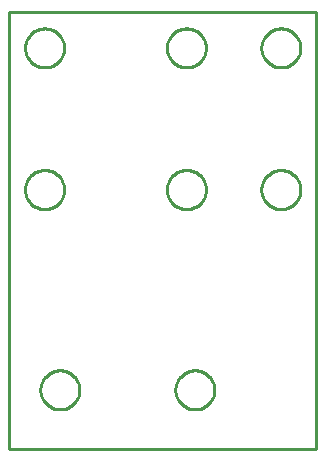
<source format=gbr>
G04 EAGLE Gerber RS-274X export*
G75*
%MOMM*%
%FSLAX34Y34*%
%LPD*%
%IN*%
%IPPOS*%
%AMOC8*
5,1,8,0,0,1.08239X$1,22.5*%
G01*
%ADD10C,0.254000*%


D10*
X0Y0D02*
X260000Y0D01*
X260000Y370000D01*
X0Y370000D01*
X0Y0D01*
X140650Y51040D02*
X140721Y52118D01*
X140862Y53189D01*
X141072Y54249D01*
X141352Y55292D01*
X141699Y56315D01*
X142113Y57313D01*
X142591Y58282D01*
X143131Y59218D01*
X143731Y60116D01*
X144389Y60973D01*
X145101Y61785D01*
X145865Y62549D01*
X146677Y63262D01*
X147534Y63919D01*
X148432Y64519D01*
X149368Y65060D01*
X150337Y65537D01*
X151335Y65951D01*
X152358Y66298D01*
X153401Y66578D01*
X154461Y66788D01*
X155532Y66929D01*
X156610Y67000D01*
X157690Y67000D01*
X158768Y66929D01*
X159839Y66788D01*
X160899Y66578D01*
X161942Y66298D01*
X162965Y65951D01*
X163963Y65537D01*
X164932Y65060D01*
X165868Y64519D01*
X166766Y63919D01*
X167623Y63262D01*
X168435Y62549D01*
X169199Y61785D01*
X169912Y60973D01*
X170569Y60116D01*
X171169Y59218D01*
X171710Y58282D01*
X172187Y57313D01*
X172601Y56315D01*
X172948Y55292D01*
X173228Y54249D01*
X173438Y53189D01*
X173579Y52118D01*
X173650Y51040D01*
X173650Y49960D01*
X173579Y48882D01*
X173438Y47811D01*
X173228Y46751D01*
X172948Y45708D01*
X172601Y44685D01*
X172187Y43687D01*
X171710Y42718D01*
X171169Y41782D01*
X170569Y40884D01*
X169912Y40027D01*
X169199Y39215D01*
X168435Y38451D01*
X167623Y37739D01*
X166766Y37081D01*
X165868Y36481D01*
X164932Y35941D01*
X163963Y35463D01*
X162965Y35049D01*
X161942Y34702D01*
X160899Y34422D01*
X159839Y34212D01*
X158768Y34071D01*
X157690Y34000D01*
X156610Y34000D01*
X155532Y34071D01*
X154461Y34212D01*
X153401Y34422D01*
X152358Y34702D01*
X151335Y35049D01*
X150337Y35463D01*
X149368Y35941D01*
X148432Y36481D01*
X147534Y37081D01*
X146677Y37739D01*
X145865Y38451D01*
X145101Y39215D01*
X144389Y40027D01*
X143731Y40884D01*
X143131Y41782D01*
X142591Y42718D01*
X142113Y43687D01*
X141699Y44685D01*
X141352Y45708D01*
X141072Y46751D01*
X140862Y47811D01*
X140721Y48882D01*
X140650Y49960D01*
X140650Y51040D01*
X26350Y51040D02*
X26421Y52118D01*
X26562Y53189D01*
X26772Y54249D01*
X27052Y55292D01*
X27399Y56315D01*
X27813Y57313D01*
X28291Y58282D01*
X28831Y59218D01*
X29431Y60116D01*
X30089Y60973D01*
X30801Y61785D01*
X31565Y62549D01*
X32377Y63262D01*
X33234Y63919D01*
X34132Y64519D01*
X35068Y65060D01*
X36037Y65537D01*
X37035Y65951D01*
X38058Y66298D01*
X39101Y66578D01*
X40161Y66788D01*
X41232Y66929D01*
X42310Y67000D01*
X43390Y67000D01*
X44468Y66929D01*
X45539Y66788D01*
X46599Y66578D01*
X47642Y66298D01*
X48665Y65951D01*
X49663Y65537D01*
X50632Y65060D01*
X51568Y64519D01*
X52466Y63919D01*
X53323Y63262D01*
X54135Y62549D01*
X54899Y61785D01*
X55612Y60973D01*
X56269Y60116D01*
X56869Y59218D01*
X57410Y58282D01*
X57887Y57313D01*
X58301Y56315D01*
X58648Y55292D01*
X58928Y54249D01*
X59138Y53189D01*
X59279Y52118D01*
X59350Y51040D01*
X59350Y49960D01*
X59279Y48882D01*
X59138Y47811D01*
X58928Y46751D01*
X58648Y45708D01*
X58301Y44685D01*
X57887Y43687D01*
X57410Y42718D01*
X56869Y41782D01*
X56269Y40884D01*
X55612Y40027D01*
X54899Y39215D01*
X54135Y38451D01*
X53323Y37739D01*
X52466Y37081D01*
X51568Y36481D01*
X50632Y35941D01*
X49663Y35463D01*
X48665Y35049D01*
X47642Y34702D01*
X46599Y34422D01*
X45539Y34212D01*
X44468Y34071D01*
X43390Y34000D01*
X42310Y34000D01*
X41232Y34071D01*
X40161Y34212D01*
X39101Y34422D01*
X38058Y34702D01*
X37035Y35049D01*
X36037Y35463D01*
X35068Y35941D01*
X34132Y36481D01*
X33234Y37081D01*
X32377Y37739D01*
X31565Y38451D01*
X30801Y39215D01*
X30089Y40027D01*
X29431Y40884D01*
X28831Y41782D01*
X28291Y42718D01*
X27813Y43687D01*
X27399Y44685D01*
X27052Y45708D01*
X26772Y46751D01*
X26562Y47811D01*
X26421Y48882D01*
X26350Y49960D01*
X26350Y51040D01*
X46510Y339460D02*
X46439Y338381D01*
X46298Y337309D01*
X46087Y336249D01*
X45808Y335205D01*
X45460Y334181D01*
X45046Y333183D01*
X44568Y332213D01*
X44028Y331277D01*
X43427Y330378D01*
X42769Y329521D01*
X42057Y328708D01*
X41292Y327944D01*
X40479Y327231D01*
X39622Y326573D01*
X38723Y325972D01*
X37787Y325432D01*
X36817Y324954D01*
X35819Y324540D01*
X34795Y324192D01*
X33751Y323913D01*
X32691Y323702D01*
X31619Y323561D01*
X30540Y323490D01*
X29460Y323490D01*
X28381Y323561D01*
X27309Y323702D01*
X26249Y323913D01*
X25205Y324192D01*
X24181Y324540D01*
X23183Y324954D01*
X22213Y325432D01*
X21277Y325972D01*
X20378Y326573D01*
X19521Y327231D01*
X18708Y327944D01*
X17944Y328708D01*
X17231Y329521D01*
X16573Y330378D01*
X15972Y331277D01*
X15432Y332213D01*
X14954Y333183D01*
X14540Y334181D01*
X14192Y335205D01*
X13913Y336249D01*
X13702Y337309D01*
X13561Y338381D01*
X13490Y339460D01*
X13490Y340540D01*
X13561Y341619D01*
X13702Y342691D01*
X13913Y343751D01*
X14192Y344795D01*
X14540Y345819D01*
X14954Y346817D01*
X15432Y347787D01*
X15972Y348723D01*
X16573Y349622D01*
X17231Y350479D01*
X17944Y351292D01*
X18708Y352057D01*
X19521Y352769D01*
X20378Y353427D01*
X21277Y354028D01*
X22213Y354568D01*
X23183Y355046D01*
X24181Y355460D01*
X25205Y355808D01*
X26249Y356087D01*
X27309Y356298D01*
X28381Y356439D01*
X29460Y356510D01*
X30540Y356510D01*
X31619Y356439D01*
X32691Y356298D01*
X33751Y356087D01*
X34795Y355808D01*
X35819Y355460D01*
X36817Y355046D01*
X37787Y354568D01*
X38723Y354028D01*
X39622Y353427D01*
X40479Y352769D01*
X41292Y352057D01*
X42057Y351292D01*
X42769Y350479D01*
X43427Y349622D01*
X44028Y348723D01*
X44568Y347787D01*
X45046Y346817D01*
X45460Y345819D01*
X45808Y344795D01*
X46087Y343751D01*
X46298Y342691D01*
X46439Y341619D01*
X46510Y340540D01*
X46510Y339460D01*
X166510Y339460D02*
X166439Y338381D01*
X166298Y337309D01*
X166087Y336249D01*
X165808Y335205D01*
X165460Y334181D01*
X165046Y333183D01*
X164568Y332213D01*
X164028Y331277D01*
X163427Y330378D01*
X162769Y329521D01*
X162057Y328708D01*
X161292Y327944D01*
X160479Y327231D01*
X159622Y326573D01*
X158723Y325972D01*
X157787Y325432D01*
X156817Y324954D01*
X155819Y324540D01*
X154795Y324192D01*
X153751Y323913D01*
X152691Y323702D01*
X151619Y323561D01*
X150540Y323490D01*
X149460Y323490D01*
X148381Y323561D01*
X147309Y323702D01*
X146249Y323913D01*
X145205Y324192D01*
X144181Y324540D01*
X143183Y324954D01*
X142213Y325432D01*
X141277Y325972D01*
X140378Y326573D01*
X139521Y327231D01*
X138708Y327944D01*
X137944Y328708D01*
X137231Y329521D01*
X136573Y330378D01*
X135972Y331277D01*
X135432Y332213D01*
X134954Y333183D01*
X134540Y334181D01*
X134192Y335205D01*
X133913Y336249D01*
X133702Y337309D01*
X133561Y338381D01*
X133490Y339460D01*
X133490Y340540D01*
X133561Y341619D01*
X133702Y342691D01*
X133913Y343751D01*
X134192Y344795D01*
X134540Y345819D01*
X134954Y346817D01*
X135432Y347787D01*
X135972Y348723D01*
X136573Y349622D01*
X137231Y350479D01*
X137944Y351292D01*
X138708Y352057D01*
X139521Y352769D01*
X140378Y353427D01*
X141277Y354028D01*
X142213Y354568D01*
X143183Y355046D01*
X144181Y355460D01*
X145205Y355808D01*
X146249Y356087D01*
X147309Y356298D01*
X148381Y356439D01*
X149460Y356510D01*
X150540Y356510D01*
X151619Y356439D01*
X152691Y356298D01*
X153751Y356087D01*
X154795Y355808D01*
X155819Y355460D01*
X156817Y355046D01*
X157787Y354568D01*
X158723Y354028D01*
X159622Y353427D01*
X160479Y352769D01*
X161292Y352057D01*
X162057Y351292D01*
X162769Y350479D01*
X163427Y349622D01*
X164028Y348723D01*
X164568Y347787D01*
X165046Y346817D01*
X165460Y345819D01*
X165808Y344795D01*
X166087Y343751D01*
X166298Y342691D01*
X166439Y341619D01*
X166510Y340540D01*
X166510Y339460D01*
X46510Y219460D02*
X46439Y218381D01*
X46298Y217309D01*
X46087Y216249D01*
X45808Y215205D01*
X45460Y214181D01*
X45046Y213183D01*
X44568Y212213D01*
X44028Y211277D01*
X43427Y210378D01*
X42769Y209521D01*
X42057Y208708D01*
X41292Y207944D01*
X40479Y207231D01*
X39622Y206573D01*
X38723Y205972D01*
X37787Y205432D01*
X36817Y204954D01*
X35819Y204540D01*
X34795Y204192D01*
X33751Y203913D01*
X32691Y203702D01*
X31619Y203561D01*
X30540Y203490D01*
X29460Y203490D01*
X28381Y203561D01*
X27309Y203702D01*
X26249Y203913D01*
X25205Y204192D01*
X24181Y204540D01*
X23183Y204954D01*
X22213Y205432D01*
X21277Y205972D01*
X20378Y206573D01*
X19521Y207231D01*
X18708Y207944D01*
X17944Y208708D01*
X17231Y209521D01*
X16573Y210378D01*
X15972Y211277D01*
X15432Y212213D01*
X14954Y213183D01*
X14540Y214181D01*
X14192Y215205D01*
X13913Y216249D01*
X13702Y217309D01*
X13561Y218381D01*
X13490Y219460D01*
X13490Y220540D01*
X13561Y221619D01*
X13702Y222691D01*
X13913Y223751D01*
X14192Y224795D01*
X14540Y225819D01*
X14954Y226817D01*
X15432Y227787D01*
X15972Y228723D01*
X16573Y229622D01*
X17231Y230479D01*
X17944Y231292D01*
X18708Y232057D01*
X19521Y232769D01*
X20378Y233427D01*
X21277Y234028D01*
X22213Y234568D01*
X23183Y235046D01*
X24181Y235460D01*
X25205Y235808D01*
X26249Y236087D01*
X27309Y236298D01*
X28381Y236439D01*
X29460Y236510D01*
X30540Y236510D01*
X31619Y236439D01*
X32691Y236298D01*
X33751Y236087D01*
X34795Y235808D01*
X35819Y235460D01*
X36817Y235046D01*
X37787Y234568D01*
X38723Y234028D01*
X39622Y233427D01*
X40479Y232769D01*
X41292Y232057D01*
X42057Y231292D01*
X42769Y230479D01*
X43427Y229622D01*
X44028Y228723D01*
X44568Y227787D01*
X45046Y226817D01*
X45460Y225819D01*
X45808Y224795D01*
X46087Y223751D01*
X46298Y222691D01*
X46439Y221619D01*
X46510Y220540D01*
X46510Y219460D01*
X166510Y219460D02*
X166439Y218381D01*
X166298Y217309D01*
X166087Y216249D01*
X165808Y215205D01*
X165460Y214181D01*
X165046Y213183D01*
X164568Y212213D01*
X164028Y211277D01*
X163427Y210378D01*
X162769Y209521D01*
X162057Y208708D01*
X161292Y207944D01*
X160479Y207231D01*
X159622Y206573D01*
X158723Y205972D01*
X157787Y205432D01*
X156817Y204954D01*
X155819Y204540D01*
X154795Y204192D01*
X153751Y203913D01*
X152691Y203702D01*
X151619Y203561D01*
X150540Y203490D01*
X149460Y203490D01*
X148381Y203561D01*
X147309Y203702D01*
X146249Y203913D01*
X145205Y204192D01*
X144181Y204540D01*
X143183Y204954D01*
X142213Y205432D01*
X141277Y205972D01*
X140378Y206573D01*
X139521Y207231D01*
X138708Y207944D01*
X137944Y208708D01*
X137231Y209521D01*
X136573Y210378D01*
X135972Y211277D01*
X135432Y212213D01*
X134954Y213183D01*
X134540Y214181D01*
X134192Y215205D01*
X133913Y216249D01*
X133702Y217309D01*
X133561Y218381D01*
X133490Y219460D01*
X133490Y220540D01*
X133561Y221619D01*
X133702Y222691D01*
X133913Y223751D01*
X134192Y224795D01*
X134540Y225819D01*
X134954Y226817D01*
X135432Y227787D01*
X135972Y228723D01*
X136573Y229622D01*
X137231Y230479D01*
X137944Y231292D01*
X138708Y232057D01*
X139521Y232769D01*
X140378Y233427D01*
X141277Y234028D01*
X142213Y234568D01*
X143183Y235046D01*
X144181Y235460D01*
X145205Y235808D01*
X146249Y236087D01*
X147309Y236298D01*
X148381Y236439D01*
X149460Y236510D01*
X150540Y236510D01*
X151619Y236439D01*
X152691Y236298D01*
X153751Y236087D01*
X154795Y235808D01*
X155819Y235460D01*
X156817Y235046D01*
X157787Y234568D01*
X158723Y234028D01*
X159622Y233427D01*
X160479Y232769D01*
X161292Y232057D01*
X162057Y231292D01*
X162769Y230479D01*
X163427Y229622D01*
X164028Y228723D01*
X164568Y227787D01*
X165046Y226817D01*
X165460Y225819D01*
X165808Y224795D01*
X166087Y223751D01*
X166298Y222691D01*
X166439Y221619D01*
X166510Y220540D01*
X166510Y219460D01*
X246510Y339460D02*
X246439Y338381D01*
X246298Y337309D01*
X246087Y336249D01*
X245808Y335205D01*
X245460Y334181D01*
X245046Y333183D01*
X244568Y332213D01*
X244028Y331277D01*
X243427Y330378D01*
X242769Y329521D01*
X242057Y328708D01*
X241292Y327944D01*
X240479Y327231D01*
X239622Y326573D01*
X238723Y325972D01*
X237787Y325432D01*
X236817Y324954D01*
X235819Y324540D01*
X234795Y324192D01*
X233751Y323913D01*
X232691Y323702D01*
X231619Y323561D01*
X230540Y323490D01*
X229460Y323490D01*
X228381Y323561D01*
X227309Y323702D01*
X226249Y323913D01*
X225205Y324192D01*
X224181Y324540D01*
X223183Y324954D01*
X222213Y325432D01*
X221277Y325972D01*
X220378Y326573D01*
X219521Y327231D01*
X218708Y327944D01*
X217944Y328708D01*
X217231Y329521D01*
X216573Y330378D01*
X215972Y331277D01*
X215432Y332213D01*
X214954Y333183D01*
X214540Y334181D01*
X214192Y335205D01*
X213913Y336249D01*
X213702Y337309D01*
X213561Y338381D01*
X213490Y339460D01*
X213490Y340540D01*
X213561Y341619D01*
X213702Y342691D01*
X213913Y343751D01*
X214192Y344795D01*
X214540Y345819D01*
X214954Y346817D01*
X215432Y347787D01*
X215972Y348723D01*
X216573Y349622D01*
X217231Y350479D01*
X217944Y351292D01*
X218708Y352057D01*
X219521Y352769D01*
X220378Y353427D01*
X221277Y354028D01*
X222213Y354568D01*
X223183Y355046D01*
X224181Y355460D01*
X225205Y355808D01*
X226249Y356087D01*
X227309Y356298D01*
X228381Y356439D01*
X229460Y356510D01*
X230540Y356510D01*
X231619Y356439D01*
X232691Y356298D01*
X233751Y356087D01*
X234795Y355808D01*
X235819Y355460D01*
X236817Y355046D01*
X237787Y354568D01*
X238723Y354028D01*
X239622Y353427D01*
X240479Y352769D01*
X241292Y352057D01*
X242057Y351292D01*
X242769Y350479D01*
X243427Y349622D01*
X244028Y348723D01*
X244568Y347787D01*
X245046Y346817D01*
X245460Y345819D01*
X245808Y344795D01*
X246087Y343751D01*
X246298Y342691D01*
X246439Y341619D01*
X246510Y340540D01*
X246510Y339460D01*
X246510Y219460D02*
X246439Y218381D01*
X246298Y217309D01*
X246087Y216249D01*
X245808Y215205D01*
X245460Y214181D01*
X245046Y213183D01*
X244568Y212213D01*
X244028Y211277D01*
X243427Y210378D01*
X242769Y209521D01*
X242057Y208708D01*
X241292Y207944D01*
X240479Y207231D01*
X239622Y206573D01*
X238723Y205972D01*
X237787Y205432D01*
X236817Y204954D01*
X235819Y204540D01*
X234795Y204192D01*
X233751Y203913D01*
X232691Y203702D01*
X231619Y203561D01*
X230540Y203490D01*
X229460Y203490D01*
X228381Y203561D01*
X227309Y203702D01*
X226249Y203913D01*
X225205Y204192D01*
X224181Y204540D01*
X223183Y204954D01*
X222213Y205432D01*
X221277Y205972D01*
X220378Y206573D01*
X219521Y207231D01*
X218708Y207944D01*
X217944Y208708D01*
X217231Y209521D01*
X216573Y210378D01*
X215972Y211277D01*
X215432Y212213D01*
X214954Y213183D01*
X214540Y214181D01*
X214192Y215205D01*
X213913Y216249D01*
X213702Y217309D01*
X213561Y218381D01*
X213490Y219460D01*
X213490Y220540D01*
X213561Y221619D01*
X213702Y222691D01*
X213913Y223751D01*
X214192Y224795D01*
X214540Y225819D01*
X214954Y226817D01*
X215432Y227787D01*
X215972Y228723D01*
X216573Y229622D01*
X217231Y230479D01*
X217944Y231292D01*
X218708Y232057D01*
X219521Y232769D01*
X220378Y233427D01*
X221277Y234028D01*
X222213Y234568D01*
X223183Y235046D01*
X224181Y235460D01*
X225205Y235808D01*
X226249Y236087D01*
X227309Y236298D01*
X228381Y236439D01*
X229460Y236510D01*
X230540Y236510D01*
X231619Y236439D01*
X232691Y236298D01*
X233751Y236087D01*
X234795Y235808D01*
X235819Y235460D01*
X236817Y235046D01*
X237787Y234568D01*
X238723Y234028D01*
X239622Y233427D01*
X240479Y232769D01*
X241292Y232057D01*
X242057Y231292D01*
X242769Y230479D01*
X243427Y229622D01*
X244028Y228723D01*
X244568Y227787D01*
X245046Y226817D01*
X245460Y225819D01*
X245808Y224795D01*
X246087Y223751D01*
X246298Y222691D01*
X246439Y221619D01*
X246510Y220540D01*
X246510Y219460D01*
M02*

</source>
